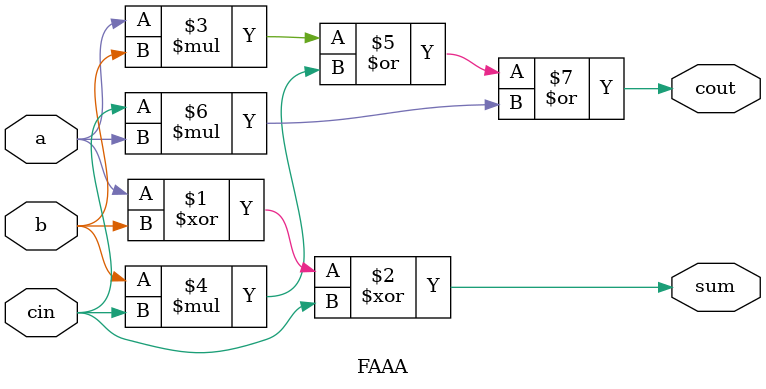
<source format=v>
module top_module( 
    input [99:0] a, b,
    input cin,
    output [99:0] cout,
    output [99:0] sum );

        FAAA F(a[0],b[0],cin,cout[0],sum[0]);
        genvar i;
        generate for(i=1;i<100;i=i+1) 
            begin: loop_first
            FAAA FA(a[i],b[i],cout[i-1],cout[i],sum[i]);
            end
        endgenerate
endmodule


module FAAA(a,b,cin,cout,sum);
    input a,b,cin;
    output cout,sum;
    assign sum = a^b^cin;
    assign cout = (a*b) | (b*cin) | (cin*a);
endmodule 
</source>
